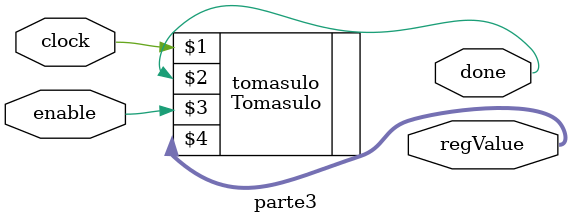
<source format=v>
module parte3(clock, enable, done, regValue); 
	input clock, enable;
	output[15:0] regValue; 
	output  done; 
	
	Tomasulo tomasulo(clock, done, enable, regValue);		// regvalue viewer
endmodule



</source>
